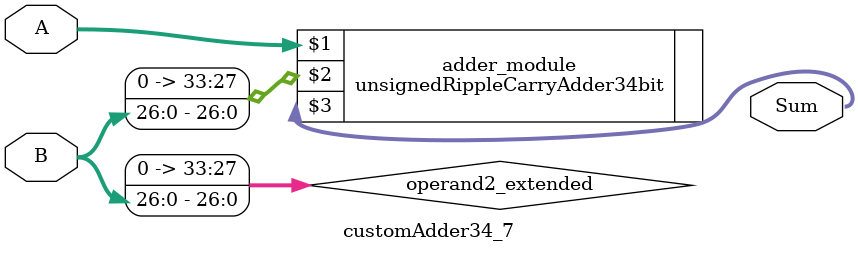
<source format=v>
module customAdder34_7(
                        input [33 : 0] A,
                        input [26 : 0] B,
                        
                        output [34 : 0] Sum
                );

        wire [33 : 0] operand2_extended;
        
        assign operand2_extended =  {7'b0, B};
        
        unsignedRippleCarryAdder34bit adder_module(
            A,
            operand2_extended,
            Sum
        );
        
        endmodule
        
</source>
